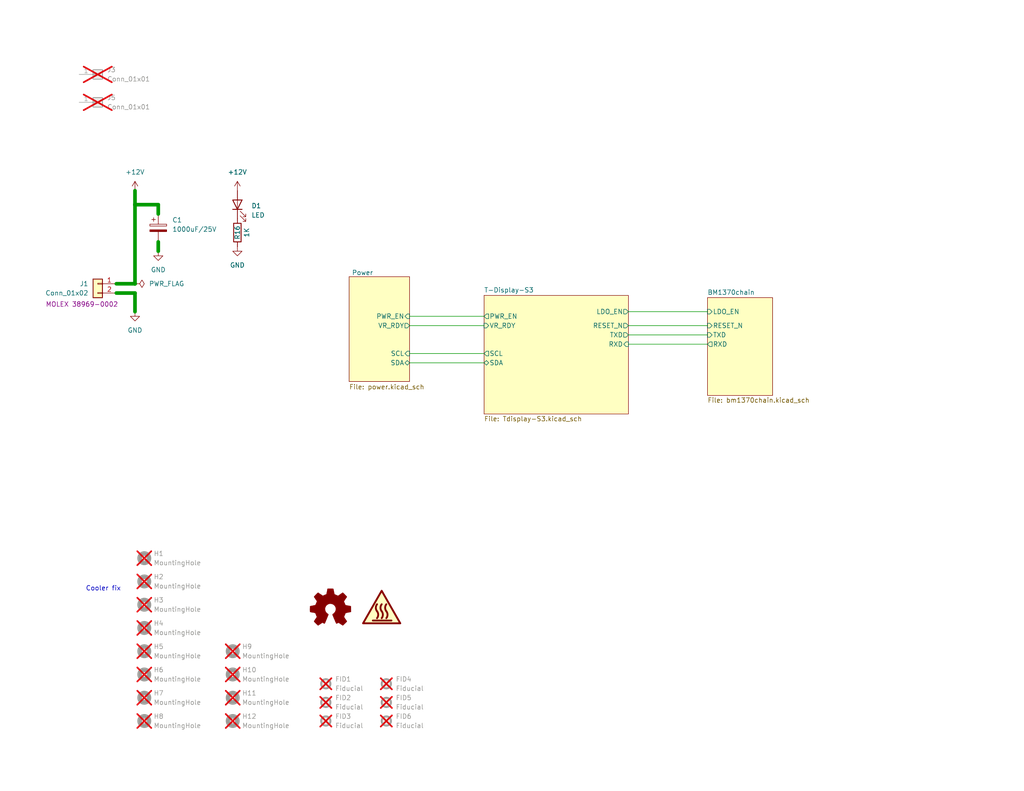
<source format=kicad_sch>
(kicad_sch (version 20231120) (generator "eeschema") (generator_version "8.0")
  (paper "A")
  (title_block (title "BM1366 PiAxe") (date "2023-10-10") (rev "202"))
  (lib_symbols
    (symbol "Connector_Generic:Conn_01x01" (pin_names (offset 1.016) hide)
      (property "Reference" "J" (at 0 2.54 0))
      (property "Value" "Conn_01x01" (at 0 -2.54 0))
      (symbol "Conn_01x01_1_1"
        (rectangle (start -1.27 0.127) (end 0 -0.127) (stroke (width 0.1524)))
        (rectangle (start -1.27 1.27) (end 1.27 -1.27) (stroke (width 0.254)) (fill (type background)))
        (pin passive line (at -5.08 0 0) (length 3.81) (name "Pin_1") (number "1"))
      )
    )
    (symbol "Connector_Generic:Conn_01x02" (pin_names (offset 1.016) hide)
      (property "Reference" "J" (at 0 2.54 0))
      (property "Value" "Conn_01x02" (at 0 -5.08 0))
      (symbol "Conn_01x02_1_1"
        (rectangle (start -1.27 -2.413) (end 0 -2.667) (stroke (width 0.1524)))
        (rectangle (start -1.27 0.127) (end 0 -0.127) (stroke (width 0.1524)))
        (rectangle (start -1.27 1.27) (end 1.27 -3.81) (stroke (width 0.254)) (fill (type background)))
        (pin passive line (at -5.08 0 0) (length 3.81) (name "Pin_1") (number "1"))
        (pin passive line (at -5.08 -2.54 0) (length 3.81) (name "Pin_2") (number "2"))
      )
    )
    (symbol "Device:C_Polarized" (pin_numbers hide) (pin_names (offset 0.254))
      (property "Reference" "C" (at 0.635 2.54 0))
      (property "Value" "C_Polarized" (at 0.635 -2.54 0))
      (symbol "C_Polarized_0_1"
        (rectangle (start -2.286 0.508) (end 2.286 1.016))
        (polyline (pts (xy -1.778 2.286) (xy -0.762 2.286)))
        (polyline (pts (xy -1.27 2.794) (xy -1.27 1.778)))
        (rectangle (start 2.286 -0.508) (end -2.286 -1.016) (fill (type outline)))
      )
      (symbol "C_Polarized_1_1"
        (pin passive line (at 0 3.81 270) (length 2.794) (name "~") (number "1"))
        (pin passive line (at 0 -3.81 90) (length 2.794) (name "~") (number "2"))
      )
    )
    (symbol "Device:LED" (pin_numbers hide) (pin_names (offset 1.016) hide)
      (property "Reference" "D" (at 0 2.54 0))
      (property "Value" "LED" (at 0 -2.54 0))
      (symbol "LED_0_1"
        (polyline (pts (xy -1.27 -1.27) (xy -1.27 1.27)) (stroke (width 0.254)))
        (polyline (pts (xy -1.27 0) (xy 1.27 0)))
        (polyline (pts (xy 1.27 -1.27) (xy 1.27 1.27) (xy -1.27 0) (xy 1.27 -1.27)) (stroke (width 0.254)))
        (polyline (pts (xy -3.048 -0.762) (xy -4.572 -2.286) (xy -3.81 -2.286) (xy -4.572 -2.286) (xy -4.572 -1.524)))
        (polyline (pts (xy -1.778 -0.762) (xy -3.302 -2.286) (xy -2.54 -2.286) (xy -3.302 -2.286) (xy -3.302 -1.524)))
      )
      (symbol "LED_1_1"
        (pin passive line (at -3.81 0 0) (length 2.54) (name "K") (number "1"))
        (pin passive line (at 3.81 0 180) (length 2.54) (name "A") (number "2"))
      )
    )
    (symbol "Device:R" (pin_numbers hide) (pin_names (offset 0))
      (property "Reference" "R" (at 2.032 0 90))
      (property "Value" "R" (at 0 0 90))
      (symbol "R_0_1"
        (rectangle (start -1.016 -2.54) (end 1.016 2.54) (stroke (width 0.254)))
      )
      (symbol "R_1_1"
        (pin passive line (at 0 3.81 270) (length 1.27) (name "~") (number "1"))
        (pin passive line (at 0 -3.81 90) (length 1.27) (name "~") (number "2"))
      )
    )
    (symbol "Graphic:Logo_Open_Hardware_Small" (in_bom no) (on_board no)
      (symbol "Logo_Open_Hardware_Small_0_1"
        (polyline (pts (xy 3.3528 -4.3434) (xy 3.302 -4.318) (xy 3.175 -4.2418) (xy 2.9972 -4.1148) (xy 2.7686 -3.9624) (xy 2.54 -3.81) (xy 2.3622 -3.7084) (xy 2.2352 -3.6068) (xy 2.1844 -3.5814) (xy 2.159 -3.6068) (xy 2.0574 -3.6576) (xy 1.905 -3.7338) (xy 1.8034 -3.7846) (xy 1.6764 -3.8354) (xy 1.6002 -3.8354) (xy 1.6002 -3.8354) (xy 1.5494 -3.7338) (xy 1.4732 -3.5306) (xy 1.3462 -3.302) (xy 1.2446 -3.0226) (xy 1.1176 -2.7178) (xy 0.9652 -2.413) (xy 0.8636 -2.1082) (xy 0.7366 -1.8288) (xy 0.6604 -1.6256) (xy 0.6096 -1.4732) (xy 0.5842 -1.397) (xy 0.5842 -1.397) (xy 0.6604 -1.3208) (xy 0.7874 -1.2446) (xy 1.0414 -1.016) (xy 1.2954 -0.6858) (xy 1.4478 -0.3302) (xy 1.524 0.0762) (xy 1.4732 0.4572) (xy 1.3208 0.8128) (xy 1.0668 1.143) (xy 0.762 1.3716) (xy 0.4064 1.524) (xy 0 1.5748) (xy -0.381 1.5494) (xy -0.7366 1.397) (xy -1.0668 1.143) (xy -1.2192 0.9906) (xy -1.397 0.6604) (xy -1.524 0.3048) (xy -1.524 0.2286) (xy -1.4986 -0.1778) (xy -1.397 -0.5334) (xy -1.1938 -0.8636) (xy -0.9144 -1.143) (xy -0.8636 -1.1684) (xy -0.7366 -1.27) (xy -0.635 -1.3462) (xy -0.5842 -1.397) (xy -1.0668 -2.5908) (xy -1.143 -2.794) (xy -1.2954 -3.1242) (xy -1.397 -3.4036) (xy -1.4986 -3.6322) (xy -1.5748 -3.7846) (xy -1.6002 -3.8354) (xy -1.6002 -3.8354) (xy -1.651 -3.8354) (xy -1.7272 -3.81) (xy -1.905 -3.7338) (xy -2.0066 -3.683) (xy -2.1336 -3.6068) (xy -2.2098 -3.5814) (xy -2.2606 -3.6068) (xy -2.3622 -3.683) (xy -2.54 -3.81) (xy -2.7686 -3.9624) (xy -2.9718 -4.0894) (xy -3.1496 -4.2164) (xy -3.302 -4.318) (xy -3.3528 -4.3434) (xy -3.3782 -4.3434) (xy -3.429 -4.318) (xy -3.5306 -4.2164) (xy -3.7084 -4.064) (xy -3.937 -3.8354) (xy -3.9624 -3.81) (xy -4.1656 -3.6068) (xy -4.318 -3.4544) (xy -4.4196 -3.3274) (xy -4.445 -3.2766) (xy -4.445 -3.2766) (xy -4.4196 -3.2258) (xy -4.318 -3.0734) (xy -4.2164 -2.8956) (xy -4.064 -2.667) (xy -3.6576 -2.0828) (xy -3.8862 -1.5494) (xy -3.937 -1.3716) (xy -4.0386 -1.1684) (xy -4.0894 -1.0414) (xy -4.1148 -0.9652) (xy -4.191 -0.9398) (xy -4.318 -0.9144) (xy -4.5466 -0.8636) (xy -4.8006 -0.8128) (xy -5.0546 -0.7874) (xy -5.2578 -0.7366) (xy -5.4356 -0.7112) (xy -5.5118 -0.6858) (xy -5.5118 -0.6858) (xy -5.5372 -0.635) (xy -5.5372 -0.5588) (xy -5.5372 -0.4318) (xy -5.5626 -0.2286) (xy -5.5626 0.0762) (xy -5.5626 0.127) (xy -5.5372 0.4064) (xy -5.5372 0.635) (xy -5.5372 0.762) (xy -5.5372 0.8382) (xy -5.5372 0.8382) (xy -5.461 0.8382) (xy -5.3086 0.889) (xy -5.08 0.9144) (xy -4.826 0.9652) (xy -4.8006 0.9906) (xy -4.5466 1.0414) (xy -4.318 1.0668) (xy -4.1656 1.1176) (xy -4.0894 1.143) (xy -4.0894 1.143) (xy -4.0386 1.2446) (xy -3.9624 1.4224) (xy -3.8608 1.6256) (xy -3.7846 1.8288) (xy -3.7084 2.0066) (xy -3.6576 2.159) (xy -3.6322 2.2098) (xy -3.6322 2.2098) (xy -3.683 2.286) (xy -3.7592 2.413) (xy -3.8862 2.5908) (xy -4.064 2.8194) (xy -4.064 2.8448) (xy -4.2164 3.0734) (xy -4.3434 3.2512) (xy -4.4196 3.3782) (xy -4.445 3.4544) (xy -4.445 3.4544) (xy -4.3942 3.5052) (xy -4.2926 3.6322) (xy -4.1148 3.81) (xy -3.937 4.0132) (xy -3.8608 4.064) (xy -3.6576 4.2926) (xy -3.5052 4.4196) (xy -3.4036 4.4958) (xy -3.3528 4.5212) (xy -3.3528 4.5212) (xy -3.302 4.4704) (xy -3.1496 4.3688) (xy -2.9718 4.2418) (xy -2.7432 4.0894) (xy -2.7178 4.0894) (xy -2.4892 3.937) (xy -2.3114 3.81) (xy -2.1844 3.7084) (xy -2.1336 3.683) (xy -2.1082 3.683) (xy -2.032 3.7084) (xy -1.8542 3.7592) (xy -1.6764 3.8354) (xy -1.4732 3.937) (xy -1.27 4.0132) (xy -1.143 4.064) (xy -1.0668 4.1148) (xy -1.0668 4.1148) (xy -1.0414 4.191) (xy -1.016 4.3434) (xy -0.9652 4.572) (xy -0.9144 4.8514) (xy -0.889 4.9022) (xy -0.8382 5.1562) (xy -0.8128 5.3848) (xy -0.7874 5.5372) (xy -0.762 5.588) (xy -0.7112 5.6134) (xy -0.5842 5.6134) (xy -0.4064 5.6134) (xy -0.1524 5.6134) (xy 0.0762 5.6134) (xy 0.3302 5.6134) (xy 0.5334 5.6134) (xy 0.6858 5.588) (xy 0.7366 5.588) (xy 0.7366 5.588) (xy 0.762 5.5118) (xy 0.8128 5.334) (xy 0.8382 5.1054) (xy 0.9144 4.826) (xy 0.9144 4.7752) (xy 0.9652 4.5212) (xy 1.016 4.2926) (xy 1.0414 4.1402) (xy 1.0668 4.0894) (xy 1.0668 4.0894) (xy 1.1938 4.0386) (xy 1.3716 3.9624) (xy 1.5748 3.8608) (xy 2.0828 3.6576) (xy 2.7178 4.0894) (xy 2.7686 4.1402) (xy 2.9972 4.2926) (xy 3.175 4.4196) (xy 3.302 4.4958) (xy 3.3782 4.5212) (xy 3.3782 4.5212) (xy 3.429 4.4704) (xy 3.556 4.3434) (xy 3.7338 4.191) (xy 3.9116 3.9878) (xy 4.064 3.8354) (xy 4.2418 3.6576) (xy 4.3434 3.556) (xy 4.4196 3.4798) (xy 4.4196 3.429) (xy 4.4196 3.4036) (xy 4.3942 3.3274) (xy 4.2926 3.2004) (xy 4.1656 2.9972) (xy 4.0132 2.794) (xy 3.8862 2.5908) (xy 3.7592 2.3876) (xy 3.6576 2.2352) (xy 3.6322 2.159) (xy 3.6322 2.1336) (xy 3.683 2.0066) (xy 3.7592 1.8288) (xy 3.8608 1.6002) (xy 4.064 1.1176) (xy 4.3942 1.0414) (xy 4.5974 1.016) (xy 4.8768 0.9652) (xy 5.1308 0.9144) (xy 5.5372 0.8382) (xy 5.5626 -0.6604) (xy 5.4864 -0.6858) (xy 5.4356 -0.6858) (xy 5.2832 -0.7366) (xy 5.0546 -0.762) (xy 4.8006 -0.8128) (xy 4.5974 -0.8636) (xy 4.3688 -0.9144) (xy 4.2164 -0.9398) (xy 4.1402 -0.9398) (xy 4.1148 -0.9652) (xy 4.064 -1.0668) (xy 3.9878 -1.2446) (xy 3.9116 -1.4478) (xy 3.81 -1.651) (xy 3.7338 -1.8542) (xy 3.683 -2.0066) (xy 3.6576 -2.0828) (xy 3.683 -2.1336) (xy 3.7846 -2.2606) (xy 3.8862 -2.4638) (xy 4.0386 -2.667) (xy 4.191 -2.8956) (xy 4.318 -3.0734) (xy 4.3942 -3.2004) (xy 4.445 -3.2766) (xy 4.4196 -3.3274) (xy 4.3434 -3.429) (xy 4.1656 -3.5814) (xy 3.937 -3.8354) (xy 3.8862 -3.8608) (xy 3.683 -4.064) (xy 3.5306 -4.2164) (xy 3.4036 -4.318) (xy 3.3528 -4.3434)) (fill (type outline)))
      )
    )
    (symbol "Graphic:SYM_Hot_Large" (on_board no)
      (symbol "SYM_Hot_Large_0_1"
        (arc (start -1.27 -3.683) (mid -0.9449 -2.728) (end -1.27 -1.778) (stroke (width 0.508)))
        (arc (start -1.27 0.127) (mid -1.5951 -0.828) (end -1.27 -1.778) (stroke (width 0.508)))
        (arc (start 0 -3.683) (mid 0.3251 -2.728) (end 0 -1.778) (stroke (width 0.508)))
        (polyline (pts (xy -2.413 -4.318) (xy 2.667 -4.318)) (stroke (width 0.508)))
        (polyline (pts (xy -5.08 -5.08) (xy 5.08 -5.08) (xy 0 3.81) (xy -5.08 -5.08)) (stroke (width 0.508)) (fill (type background)))
        (arc (start 0 0.127) (mid -0.3251 -0.828) (end 0 -1.778) (stroke (width 0.508)))
        (arc (start 1.27 -3.683) (mid 1.5951 -2.728) (end 1.27 -1.778) (stroke (width 0.508)))
        (arc (start 1.27 0.127) (mid 0.9449 -0.828) (end 1.27 -1.778) (stroke (width 0.508)))
      )
    )
    (symbol "Mechanical:Fiducial" (exclude_from_sim yes) (in_bom no)
      (property "Reference" "FID" (at 0 5.08 0))
      (property "Value" "Fiducial" (at 0 3.175 0))
      (symbol "Fiducial_0_1"
        (circle (center 0 0) (radius 1.27) (stroke (width 0.508)) (fill (type background)))
      )
    )
    (symbol "Mechanical:MountingHole" (pin_names (offset 1.016))
      (property "Reference" "H" (at 0 5.08 0))
      (property "Value" "MountingHole" (at 0 3.175 0))
      (symbol "MountingHole_0_1"
        (circle (center 0 0) (radius 1.27) (stroke (width 1.27)))
      )
    )
    (symbol "power:+12V" (power) (pin_names (offset 0))
      (property "Value" "+12V" (at 0 3.556 0))
      (symbol "+12V_0_1"
        (polyline (pts (xy -0.762 1.27) (xy 0 2.54)))
        (polyline (pts (xy 0 0) (xy 0 2.54)))
        (polyline (pts (xy 0 2.54) (xy 0.762 1.27)))
      )
      (symbol "+12V_1_1"
        (pin power_in line (at 0 0 90) (length 0) hide (name "+12V") (number "1"))
      )
    )
    (symbol "power:+3.3V" (power) (pin_names (offset 0))
      (property "Value" "+3.3V" (at 0 3.556 0))
      (symbol "+3.3V_0_1"
        (polyline (pts (xy -0.762 1.27) (xy 0 2.54)))
        (polyline (pts (xy 0 0) (xy 0 2.54)))
        (polyline (pts (xy 0 2.54) (xy 0.762 1.27)))
      )
      (symbol "+3.3V_1_1"
        (pin power_in line (at 0 0 90) (length 0) hide (name "+3.3V") (number "1"))
      )
    )
    (symbol "power:GND" (power) (pin_numbers hide) (pin_names (offset 0) hide)
      (property "Value" "GND" (at 0 -3.81 0))
      (symbol "GND_0_1"
        (polyline (pts (xy 0 0) (xy 0 -1.27) (xy 1.27 -1.27) (xy 0 -2.54) (xy -1.27 -1.27) (xy 0 -1.27)))
      )
      (symbol "GND_1_1"
        (pin power_in line (at 0 0 270) (length 0) (name "~") (number "1"))
      )
    )
    (symbol "power:PWR_FLAG" (power) (pin_numbers hide) (pin_names (offset 0) hide)
      (property "Value" "PWR_FLAG" (at 0 3.81 0))
      (symbol "PWR_FLAG_0_0"
        (pin power_out line (at 0 0 90) (length 0) (name "~") (number "1"))
      )
      (symbol "PWR_FLAG_0_1"
        (polyline (pts (xy 0 0) (xy 0 1.27) (xy -1.016 1.905) (xy 0 2.54) (xy 1.016 1.905) (xy 0 1.27)))
      )
    )
  )
  (junction (at 36.83 77.47))
  (junction (at 36.83 55.88))
  (wire (pts (xy 171.45 93.98) (xy 193.04 93.98)))
  (wire (pts (xy 171.45 88.9) (xy 193.04 88.9)))
  (wire (pts (xy 36.83 80.01) (xy 31.75 80.01)) (stroke (width 1)))
  (wire (pts (xy 171.45 91.44) (xy 193.04 91.44)))
  (wire (pts (xy 36.83 77.47) (xy 31.75 77.47)) (stroke (width 1)))
  (wire (pts (xy 171.45 85.09) (xy 193.04 85.09)))
  (wire (pts (xy 111.76 88.9) (xy 132.08 88.9)))
  (wire (pts (xy 111.76 99.06) (xy 132.08 99.06)))
  (wire (pts (xy 36.83 52.07) (xy 36.83 55.88)) (stroke (width 1)))
  (wire (pts (xy 43.18 55.88) (xy 36.83 55.88)) (stroke (width 1)))
  (wire (pts (xy 43.18 58.42) (xy 43.18 55.88)) (stroke (width 1)))
  (wire (pts (xy 111.76 86.36) (xy 132.08 86.36)))
  (wire (pts (xy 36.83 55.88) (xy 36.83 77.47)) (stroke (width 1)))
  (wire (pts (xy 43.18 68.58) (xy 43.18 66.04)) (stroke (width 1)))
  (wire (pts (xy 36.83 80.01) (xy 36.83 85.09)) (stroke (width 1)))
  (wire (pts (xy 111.76 96.52) (xy 132.08 96.52)))
  (text "Cooler fix" (at 28.194 160.782 0) (effects (font (size 1.27 1.27))))
  (symbol (lib_id "Mechanical:MountingHole") (at 63.5 190.5 0) (unit 1) (in_bom no) (dnp yes)
    (property "Reference" "H11" (at 66.04 189.2299 0) (effects (justify left)))
    (property "Value" "MountingHole" (at 66.04 191.7699 0) (effects (justify left)))
    (property "Footprint" "MountingHole:MountingHole_3.2mm_M3_ISO14580_Pad" (effects (hide yes)))
    (property "Description" "Mounting Hole without connection" (effects (hide yes)))
  )
  (symbol (lib_id "Mechanical:MountingHole") (at 39.37 165.1 0) (unit 1) (in_bom no) (dnp yes)
    (property "Reference" "H3" (at 41.91 163.8299 0) (effects (justify left)))
    (property "Value" "MountingHole" (at 41.91 166.3699 0) (effects (justify left)))
    (property "Footprint" "MountingHole:MountingHole_3.2mm_M3_ISO14580_Pad" (effects (hide yes)))
    (property "Description" "Mounting Hole without connection" (effects (hide yes)))
  )
  (symbol (lib_id "Graphic:Logo_Open_Hardware_Small") (at 90.17 166.37 0) (unit 1) (exclude_from_sim yes) (in_bom no) (on_board no)
    (property "Reference" "#SYM2" (effects (hide yes)))
    (property "Value" "Logo_Open_Hardware_Small" (effects (hide yes)))
    (property "Description" "Open Hardware logo, small" (effects (hide yes)))
  )
  (symbol (lib_id "power:+3.3V") (at 64.77 52.07 0) (unit 1)
    (property "Reference" "#PWR01" (effects (hide yes)))
    (property "Value" "+12V" (at 64.77 46.99 0))
  )
  (symbol (lib_id "Device:R") (at 64.77 63.5 0) (mirror x) (unit 1)
    (property "Reference" "R16" (at 64.77 63.5 90))
    (property "Value" "1K" (at 67.31 63.5 90))
    (property "Footprint" "Resistor_SMD:R_0805_2012Metric" (effects (hide yes)))
    (property "Description" "Resistor" (effects (hide yes)))
    (property "Manufacturer" "RNCP0805FTD1K00" (effects (hide yes)))
    (property "P/N MOUSER" "708-RNCP0805FTD1K00" (effects (hide yes)))
    (property "P/N LCSC" "C17513" (effects (hide yes)))
  )
  (symbol (lib_id "Mechanical:Fiducial") (at 105.41 196.85 0) (unit 1) (exclude_from_sim yes) (in_bom no) (dnp yes)
    (property "Reference" "FID6" (at 107.95 195.5799 0) (effects (justify left)))
    (property "Value" "Fiducial" (at 107.95 198.1199 0) (effects (justify left)))
    (property "Footprint" "Fiducial:Fiducial_1mm_Mask2mm" (effects (hide yes)))
    (property "Description" "Fiducial Marker" (effects (hide yes)))
  )
  (symbol (lib_id "Connector_Generic:Conn_01x01") (at 26.67 27.94 0) (unit 1) (in_bom no) (on_board no) (dnp yes)
    (property "Reference" "J5" (at 29.21 26.6699 0) (effects (justify left)))
    (property "Value" "Conn_01x01" (at 29.21 29.2099 0) (effects (justify left)))
    (property "Footprint" "TerminalBlock_Wuerth:Wuerth_REDCUBE-THR_WP-THRBU_74650194_THR" (effects (hide yes)))
    (property "Description" "Generic connector, single row, 01x01, script generated (kicad-library-utils/schlib/autogen/connector/)" (effects (hide yes)))
    (property "Manufacturer" "74650194R" (effects (hide yes)))
    (property "P/N DIGIKEY" "732-74650194RCT-ND" (effects (hide yes)))
  )
  (symbol (lib_id "Mechanical:Fiducial") (at 105.41 186.69 0) (unit 1) (exclude_from_sim yes) (in_bom no) (dnp yes)
    (property "Reference" "FID4" (at 107.95 185.4199 0) (effects (justify left)))
    (property "Value" "Fiducial" (at 107.95 187.9599 0) (effects (justify left)))
    (property "Footprint" "Fiducial:Fiducial_1mm_Mask2mm" (effects (hide yes)))
    (property "Description" "Fiducial Marker" (effects (hide yes)))
  )
  (symbol (lib_id "Device:LED") (at 64.77 55.88 90) (unit 1)
    (property "Reference" "D1" (at 68.58 56.1974 90) (effects (justify right)))
    (property "Value" "LED" (at 68.58 58.7374 90) (effects (justify right)))
    (property "Footprint" "LED_SMD:LED_0805_2012Metric_Pad1.15x1.40mm_HandSolder" (effects (hide yes)))
    (property "Description" "Light emitting diode" (effects (hide yes)))
    (property "Manufacturer" "LTST-C171GKT" (effects (hide yes)))
    (property "P/N MOUSER" "859-LTST-C171GKT" (effects (hide yes)))
    (property "P/N LCSC" "C913075" (effects (hide yes)))
  )
  (symbol (lib_id "Mechanical:MountingHole") (at 39.37 196.85 0) (unit 1) (in_bom no) (dnp yes)
    (property "Reference" "H8" (at 41.91 195.5799 0) (effects (justify left)))
    (property "Value" "MountingHole" (at 41.91 198.1199 0) (effects (justify left)))
    (property "Footprint" "MountingHole:MountingHole_3.2mm_M3_ISO14580_Pad" (effects (hide yes)))
    (property "Description" "Mounting Hole without connection" (effects (hide yes)))
  )
  (symbol (lib_id "Mechanical:MountingHole") (at 39.37 171.45 0) (unit 1) (in_bom no) (dnp yes)
    (property "Reference" "H4" (at 41.91 170.1799 0) (effects (justify left)))
    (property "Value" "MountingHole" (at 41.91 172.7199 0) (effects (justify left)))
    (property "Footprint" "MountingHole:MountingHole_3.2mm_M3_ISO14580_Pad" (effects (hide yes)))
    (property "Description" "Mounting Hole without connection" (effects (hide yes)))
  )
  (symbol (lib_id "power:GND") (at 43.18 68.58 0) (unit 1)
    (property "Reference" "#PWR069" (effects (hide yes)))
    (property "Value" "GND" (at 43.18 73.66 0))
    (property "Description" "Power symbol creates a global label with name \"GND\" , ground" (effects (hide yes)))
  )
  (symbol (lib_id "Mechanical:Fiducial") (at 88.9 186.69 0) (unit 1) (exclude_from_sim yes) (in_bom no) (dnp yes)
    (property "Reference" "FID1" (at 91.44 185.4199 0) (effects (justify left)))
    (property "Value" "Fiducial" (at 91.44 187.9599 0) (effects (justify left)))
    (property "Footprint" "Fiducial:Fiducial_1mm_Mask2mm" (effects (hide yes)))
    (property "Description" "Fiducial Marker" (effects (hide yes)))
  )
  (symbol (lib_id "Mechanical:Fiducial") (at 105.41 191.77 0) (unit 1) (exclude_from_sim yes) (in_bom no) (dnp yes)
    (property "Reference" "FID5" (at 107.95 190.4999 0) (effects (justify left)))
    (property "Value" "Fiducial" (at 107.95 193.0399 0) (effects (justify left)))
    (property "Footprint" "Fiducial:Fiducial_1mm_Mask2mm" (effects (hide yes)))
    (property "Description" "Fiducial Marker" (effects (hide yes)))
  )
  (symbol (lib_id "Mechanical:MountingHole") (at 39.37 190.5 0) (unit 1) (in_bom no) (dnp yes)
    (property "Reference" "H7" (at 41.91 189.2299 0) (effects (justify left)))
    (property "Value" "MountingHole" (at 41.91 191.7699 0) (effects (justify left)))
    (property "Footprint" "MountingHole:MountingHole_3.2mm_M3_ISO14580_Pad" (effects (hide yes)))
    (property "Description" "Mounting Hole without connection" (effects (hide yes)))
  )
  (symbol (lib_id "Mechanical:MountingHole") (at 39.37 184.15 0) (unit 1) (in_bom no) (dnp yes)
    (property "Reference" "H6" (at 41.91 182.8799 0) (effects (justify left)))
    (property "Value" "MountingHole" (at 41.91 185.4199 0) (effects (justify left)))
    (property "Footprint" "MountingHole:MountingHole_3.2mm_M3_ISO14580_Pad" (effects (hide yes)))
    (property "Description" "Mounting Hole without connection" (effects (hide yes)))
  )
  (symbol (lib_id "power:+12V") (at 36.83 52.07 0) (unit 1)
    (property "Reference" "#PWR011" (effects (hide yes)))
    (property "Value" "+12V" (at 36.83 46.99 0))
  )
  (symbol (lib_id "Mechanical:MountingHole") (at 39.37 152.4 0) (unit 1) (in_bom no) (dnp yes)
    (property "Reference" "H1" (at 41.91 151.1299 0) (effects (justify left)))
    (property "Value" "MountingHole" (at 41.91 153.6699 0) (effects (justify left)))
    (property "Footprint" "MountingHole:MountingHole_3.2mm_M3_ISO14580_Pad" (effects (hide yes)))
    (property "Description" "Mounting Hole without connection" (effects (hide yes)))
  )
  (symbol (lib_id "Mechanical:MountingHole") (at 63.5 177.8 0) (unit 1) (in_bom no) (dnp yes)
    (property "Reference" "H9" (at 66.04 176.5299 0) (effects (justify left)))
    (property "Value" "MountingHole" (at 66.04 179.0699 0) (effects (justify left)))
    (property "Footprint" "MountingHole:MountingHole_3.2mm_M3_ISO14580_Pad" (effects (hide yes)))
    (property "Description" "Mounting Hole without connection" (effects (hide yes)))
  )
  (symbol (lib_id "Mechanical:Fiducial") (at 88.9 196.85 0) (unit 1) (exclude_from_sim yes) (in_bom no) (dnp yes)
    (property "Reference" "FID3" (at 91.44 195.5799 0) (effects (justify left)))
    (property "Value" "Fiducial" (at 91.44 198.1199 0) (effects (justify left)))
    (property "Footprint" "Fiducial:Fiducial_1mm_Mask2mm" (effects (hide yes)))
    (property "Description" "Fiducial Marker" (effects (hide yes)))
  )
  (symbol (lib_id "Connector_Generic:Conn_01x01") (at 26.67 20.32 0) (unit 1) (in_bom no) (on_board no) (dnp yes)
    (property "Reference" "J3" (at 29.21 19.0499 0) (effects (justify left)))
    (property "Value" "Conn_01x01" (at 29.21 21.5899 0) (effects (justify left)))
    (property "Footprint" "TerminalBlock_Wuerth:Wuerth_REDCUBE-THR_WP-THRBU_74650194_THR" (effects (hide yes)))
    (property "Description" "Generic connector, single row, 01x01, script generated (kicad-library-utils/schlib/autogen/connector/)" (effects (hide yes)))
    (property "Manufacturer" "74650194R" (effects (hide yes)))
    (property "P/N DIGIKEY" "732-74650194RCT-ND" (effects (hide yes)))
  )
  (symbol (lib_id "Mechanical:MountingHole") (at 39.37 158.75 0) (unit 1) (in_bom no) (dnp yes)
    (property "Reference" "H2" (at 41.91 157.4799 0) (effects (justify left)))
    (property "Value" "MountingHole" (at 41.91 160.0199 0) (effects (justify left)))
    (property "Footprint" "MountingHole:MountingHole_3.2mm_M3_ISO14580_Pad" (effects (hide yes)))
    (property "Description" "Mounting Hole without connection" (effects (hide yes)))
  )
  (symbol (lib_id "Mechanical:MountingHole") (at 63.5 196.85 0) (unit 1) (in_bom no) (dnp yes)
    (property "Reference" "H12" (at 66.04 195.5799 0) (effects (justify left)))
    (property "Value" "MountingHole" (at 66.04 198.1199 0) (effects (justify left)))
    (property "Footprint" "MountingHole:MountingHole_3.2mm_M3_ISO14580_Pad" (effects (hide yes)))
    (property "Description" "Mounting Hole without connection" (effects (hide yes)))
  )
  (symbol (lib_id "Connector_Generic:Conn_01x02") (at 26.67 77.47 0) (mirror y) (unit 1)
    (property "Reference" "J1" (at 24.13 77.4699 0) (effects (justify left)))
    (property "Value" "Conn_01x02" (at 24.13 80.0099 0) (effects (justify left)))
    (property "Footprint" "EKO_Miner_ASIClib:MOLEX_38969-0002" (effects (hide yes)))
    (property "Description" "MOLEX 38969-0002" (at 22.352 83.058 0))
    (property "P/N MOUSER" "538-38969-0002" (effects (hide yes)))
    (property "Manufacturer" "38969-0002" (effects (hide yes)))
    (property "P/N LCSC" "C7426780" (effects (hide yes)))
  )
  (symbol (lib_id "power:GND") (at 36.83 85.09 0) (unit 1)
    (property "Reference" "#PWR07" (effects (hide yes)))
    (property "Value" "GND" (at 36.83 90.17 0))
    (property "Description" "Power symbol creates a global label with name \"GND\" , ground" (effects (hide yes)))
  )
  (symbol (lib_id "Mechanical:MountingHole") (at 63.5 184.15 0) (unit 1) (in_bom no) (dnp yes)
    (property "Reference" "H10" (at 66.04 182.8799 0) (effects (justify left)))
    (property "Value" "MountingHole" (at 66.04 185.4199 0) (effects (justify left)))
    (property "Footprint" "MountingHole:MountingHole_3.2mm_M3_ISO14580_Pad" (effects (hide yes)))
    (property "Description" "Mounting Hole without connection" (effects (hide yes)))
  )
  (symbol (lib_id "power:GND") (at 64.77 67.31 0) (unit 1)
    (property "Reference" "#PWR06" (effects (hide yes)))
    (property "Value" "GND" (at 64.77 72.39 0))
    (property "Description" "Power symbol creates a global label with name \"GND\" , ground" (effects (hide yes)))
  )
  (symbol (lib_id "Graphic:SYM_Hot_Large") (at 104.14 165.1 0) (unit 1) (exclude_from_sim yes) (on_board no)
    (property "Reference" "#SYM3" (effects (hide yes)))
    (property "Value" "SYM_Hot_Large" (effects (hide yes)))
    (property "Description" "Hot surface warning symbol, large" (effects (hide yes)))
  )
  (symbol (lib_id "Device:C_Polarized") (at 43.18 62.23 0) (unit 1)
    (property "Reference" "C1" (at 46.99 60.071 0) (effects (justify left)))
    (property "Value" "1000uF/25V" (at 46.99 62.611 0) (effects (justify left)))
    (property "Footprint" "Capacitor_THT:CP_Radial_D10.0mm_P5.00mm" (effects (hide yes)))
    (property "Manufacturer" "EEU-FR1E102L" (effects (hide yes)))
    (property "P/N MOUSER" "667-EEU-FR1E102L" (effects (hide yes)))
    (property "P/N LCSC" "C2980548" (effects (hide yes)))
  )
  (symbol (lib_id "power:PWR_FLAG") (at 36.83 77.47 270) (unit 1)
    (property "Reference" "#FLG04" (effects (hide yes)))
    (property "Value" "PWR_FLAG" (at 40.64 77.4699 90) (effects (justify left)))
    (property "Description" "Special symbol for telling ERC where power comes from" (effects (hide yes)))
  )
  (symbol (lib_id "Mechanical:MountingHole") (at 39.37 177.8 0) (unit 1) (in_bom no) (dnp yes)
    (property "Reference" "H5" (at 41.91 176.5299 0) (effects (justify left)))
    (property "Value" "MountingHole" (at 41.91 179.0699 0) (effects (justify left)))
    (property "Footprint" "MountingHole:MountingHole_3.2mm_M3_ISO14580_Pad" (effects (hide yes)))
    (property "Description" "Mounting Hole without connection" (effects (hide yes)))
  )
  (symbol (lib_id "Mechanical:Fiducial") (at 88.9 191.77 0) (unit 1) (exclude_from_sim yes) (in_bom no) (dnp yes)
    (property "Reference" "FID2" (at 91.44 190.4999 0) (effects (justify left)))
    (property "Value" "Fiducial" (at 91.44 193.0399 0) (effects (justify left)))
    (property "Footprint" "Fiducial:Fiducial_1mm_Mask2mm" (effects (hide yes)))
    (property "Description" "Fiducial Marker" (effects (hide yes)))
  )
  (sheet (at 193.04 81.28) (size 17.78 26.67) (stroke (width 0.1524)) (fill (color 255 255 194 1.0000))
    (property "Sheetname" "BM1370chain" (at 193.04 80.5684 0) (effects (justify left bottom)))
    (property "Sheetfile" "bm1370chain.kicad_sch" (at 193.04 108.5346 0) (effects (justify left top)))
    (pin "RXD" output (at 193.04 93.98 180))
    (pin "TXD" input (at 193.04 91.44 180))
    (pin "RESET_N" input (at 193.04 88.9 180))
    (pin "LDO_EN" input (at 193.04 85.09 180))
  )
  (sheet (at 95.25 75.565) (size 16.51 28.575) (stroke (width 0.1524)) (fill (color 255 255 194 1.0000))
    (property "Sheetname" "Power" (at 96.012 75.184 0) (effects (justify left bottom)))
    (property "Sheetfile" "power.kicad_sch" (at 95.25 104.902 0) (effects (justify left top)))
    (pin "SDA" bidirectional (at 111.76 99.06 0))
    (pin "SCL" input (at 111.76 96.52 0))
    (pin "VR_RDY" output (at 111.76 88.9 0))
    (pin "PWR_EN" input (at 111.76 86.36 0))
  )
  (sheet (at 132.08 80.645) (size 39.37 32.385) (stroke (width 0.1524)) (fill (color 255 255 194 1.0000))
    (property "Sheetname" "T-Display-S3" (at 132.08 79.9334 0) (effects (justify left bottom)))
    (property "Sheetfile" "Tdisplay-S3.kicad_sch" (at 132.08 113.6146 0) (effects (justify left top)))
    (pin "RXD" input (at 171.45 93.98 0))
    (pin "TXD" output (at 171.45 91.44 0))
    (pin "RESET_N" output (at 171.45 88.9 0))
    (pin "SCL" output (at 132.08 96.52 180))
    (pin "SDA" bidirectional (at 132.08 99.06 180))
    (pin "LDO_EN" output (at 171.45 85.09 0))
    (pin "VR_RDY" input (at 132.08 88.9 180))
    (pin "PWR_EN" output (at 132.08 86.36 180))
  )
)
</source>
